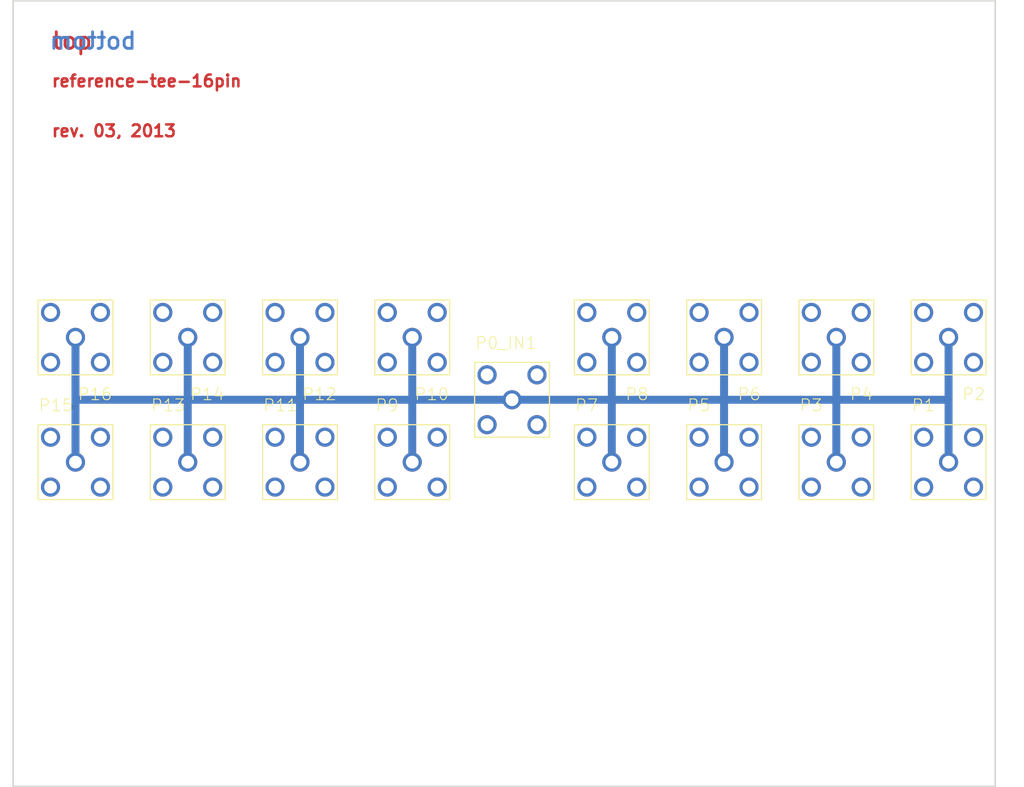
<source format=kicad_pcb>
(kicad_pcb (version 20171130) (host pcbnew 6.0.0-rc1-unknown-7a10feb~66~ubuntu14.04.1)

  (general
    (thickness 1.6)
    (drawings 9)
    (tracks 24)
    (zones 0)
    (modules 17)
    (nets 3)
  )

  (page A4)
  (layers
    (0 Top signal)
    (31 Bottom signal)
    (32 B.Adhes user)
    (33 F.Adhes user)
    (34 B.Paste user)
    (35 F.Paste user)
    (36 B.SilkS user)
    (37 F.SilkS user)
    (38 B.Mask user)
    (39 F.Mask user)
    (40 Dwgs.User user)
    (41 Cmts.User user)
    (42 Eco1.User user)
    (43 Eco2.User user)
    (44 Edge.Cuts user)
    (45 Margin user)
    (46 B.CrtYd user)
    (47 F.CrtYd user)
    (48 B.Fab user)
    (49 F.Fab user)
  )

  (setup
    (last_trace_width 0.25)
    (trace_clearance 0.2)
    (zone_clearance 0.508)
    (zone_45_only no)
    (trace_min 0.2)
    (via_size 0.8)
    (via_drill 0.4)
    (via_min_size 0.4)
    (via_min_drill 0.3)
    (uvia_size 0.3)
    (uvia_drill 0.1)
    (uvias_allowed no)
    (uvia_min_size 0.2)
    (uvia_min_drill 0.1)
    (edge_width 0.05)
    (segment_width 0.2)
    (pcb_text_width 0.3)
    (pcb_text_size 1.5 1.5)
    (mod_edge_width 0.12)
    (mod_text_size 1 1)
    (mod_text_width 0.15)
    (pad_size 1.524 1.524)
    (pad_drill 0.762)
    (pad_to_mask_clearance 0.2)
    (aux_axis_origin 0 0)
    (visible_elements FFFFFF7F)
    (pcbplotparams
      (layerselection 0x010fc_ffffffff)
      (usegerberextensions false)
      (usegerberattributes false)
      (usegerberadvancedattributes false)
      (creategerberjobfile false)
      (excludeedgelayer true)
      (linewidth 0.100000)
      (plotframeref false)
      (viasonmask false)
      (mode 1)
      (useauxorigin false)
      (hpglpennumber 1)
      (hpglpenspeed 20)
      (hpglpendiameter 15.000000)
      (psnegative false)
      (psa4output false)
      (plotreference true)
      (plotvalue true)
      (plotinvisibletext false)
      (padsonsilk false)
      (subtractmaskfromsilk false)
      (outputformat 1)
      (mirror false)
      (drillshape 1)
      (scaleselection 1)
      (outputdirectory ""))
  )

  (net 0 "")
  (net 1 GND)
  (net 2 "Net-(P0_IN1-PadP$1)")

  (net_class Default "This is the default net class."
    (clearance 0.2)
    (trace_width 0.25)
    (via_dia 0.8)
    (via_drill 0.4)
    (uvia_dia 0.3)
    (uvia_drill 0.1)
    (add_net GND)
    (add_net "Net-(P0_IN1-PadP$1)")
  )

  (module reference-tee-16pin:B-30 (layer Top) (tedit 0) (tstamp 5B7C9D12)
    (at 149.3011 105.6336)
    (path /C8EC200DA6BFF619)
    (fp_text reference P0_IN1 (at -3.81 -5.08) (layer F.SilkS)
      (effects (font (size 1.2065 1.2065) (thickness 0.1016)) (justify left bottom))
    )
    (fp_text value SMB-50OHM (at -3.81 6.35) (layer F.Fab)
      (effects (font (size 1.2065 1.2065) (thickness 0.1016)) (justify left bottom))
    )
    (fp_line (start -3.81 3.81) (end -3.81 -3.81) (layer F.SilkS) (width 0.127))
    (fp_line (start 3.81 3.81) (end -3.81 3.81) (layer F.SilkS) (width 0.127))
    (fp_line (start 3.81 -3.81) (end 3.81 3.81) (layer F.SilkS) (width 0.127))
    (fp_line (start -3.81 -3.81) (end 3.81 -3.81) (layer F.SilkS) (width 0.127))
    (pad P$5 thru_hole circle (at 2.54 -2.54) (size 1.95 1.95) (drill 1.3) (layers *.Cu *.Mask)
      (net 1 GND) (solder_mask_margin 0.1016))
    (pad P$4 thru_hole circle (at 2.54 2.54) (size 1.95 1.95) (drill 1.3) (layers *.Cu *.Mask)
      (net 1 GND) (solder_mask_margin 0.1016))
    (pad P$3 thru_hole circle (at -2.54 2.54) (size 1.95 1.95) (drill 1.3) (layers *.Cu *.Mask)
      (net 1 GND) (solder_mask_margin 0.1016))
    (pad P$2 thru_hole circle (at -2.54 -2.54) (size 1.95 1.95) (drill 1.3) (layers *.Cu *.Mask)
      (net 1 GND) (solder_mask_margin 0.1016))
    (pad P$1 thru_hole circle (at 0 0) (size 1.95 1.95) (drill 1.3) (layers *.Cu *.Mask)
      (net 2 "Net-(P0_IN1-PadP$1)") (solder_mask_margin 0.1016))
  )

  (module reference-tee-16pin:B-30 (layer Top) (tedit 0) (tstamp 5B7C9D1E)
    (at 193.7511 111.9836)
    (path /3904F63DF6E8D358)
    (fp_text reference P1 (at -3.81 -5.08) (layer F.SilkS)
      (effects (font (size 1.2065 1.2065) (thickness 0.1016)) (justify left bottom))
    )
    (fp_text value SMB-50OHM (at -3.81 6.35) (layer F.Fab)
      (effects (font (size 1.2065 1.2065) (thickness 0.1016)) (justify left bottom))
    )
    (fp_line (start -3.81 3.81) (end -3.81 -3.81) (layer F.SilkS) (width 0.127))
    (fp_line (start 3.81 3.81) (end -3.81 3.81) (layer F.SilkS) (width 0.127))
    (fp_line (start 3.81 -3.81) (end 3.81 3.81) (layer F.SilkS) (width 0.127))
    (fp_line (start -3.81 -3.81) (end 3.81 -3.81) (layer F.SilkS) (width 0.127))
    (pad P$5 thru_hole circle (at 2.54 -2.54) (size 1.95 1.95) (drill 1.3) (layers *.Cu *.Mask)
      (net 1 GND) (solder_mask_margin 0.1016))
    (pad P$4 thru_hole circle (at 2.54 2.54) (size 1.95 1.95) (drill 1.3) (layers *.Cu *.Mask)
      (net 1 GND) (solder_mask_margin 0.1016))
    (pad P$3 thru_hole circle (at -2.54 2.54) (size 1.95 1.95) (drill 1.3) (layers *.Cu *.Mask)
      (net 1 GND) (solder_mask_margin 0.1016))
    (pad P$2 thru_hole circle (at -2.54 -2.54) (size 1.95 1.95) (drill 1.3) (layers *.Cu *.Mask)
      (net 1 GND) (solder_mask_margin 0.1016))
    (pad P$1 thru_hole circle (at 0 0) (size 1.95 1.95) (drill 1.3) (layers *.Cu *.Mask)
      (net 2 "Net-(P0_IN1-PadP$1)") (solder_mask_margin 0.1016))
  )

  (module reference-tee-16pin:B-30 (layer Top) (tedit 0) (tstamp 5B7C9D2A)
    (at 193.7511 99.2836 180)
    (path /56257BA901CDF5BD)
    (fp_text reference P2 (at -3.81 -5.08 180) (layer F.SilkS)
      (effects (font (size 1.2065 1.2065) (thickness 0.1016)) (justify right top))
    )
    (fp_text value SMB-50OHM (at -3.81 6.35 180) (layer F.Fab)
      (effects (font (size 1.2065 1.2065) (thickness 0.1016)) (justify right top))
    )
    (fp_line (start -3.81 3.81) (end -3.81 -3.81) (layer F.SilkS) (width 0.127))
    (fp_line (start 3.81 3.81) (end -3.81 3.81) (layer F.SilkS) (width 0.127))
    (fp_line (start 3.81 -3.81) (end 3.81 3.81) (layer F.SilkS) (width 0.127))
    (fp_line (start -3.81 -3.81) (end 3.81 -3.81) (layer F.SilkS) (width 0.127))
    (pad P$5 thru_hole circle (at 2.54 -2.54 180) (size 1.95 1.95) (drill 1.3) (layers *.Cu *.Mask)
      (net 1 GND) (solder_mask_margin 0.1016))
    (pad P$4 thru_hole circle (at 2.54 2.54 180) (size 1.95 1.95) (drill 1.3) (layers *.Cu *.Mask)
      (net 1 GND) (solder_mask_margin 0.1016))
    (pad P$3 thru_hole circle (at -2.54 2.54 180) (size 1.95 1.95) (drill 1.3) (layers *.Cu *.Mask)
      (net 1 GND) (solder_mask_margin 0.1016))
    (pad P$2 thru_hole circle (at -2.54 -2.54 180) (size 1.95 1.95) (drill 1.3) (layers *.Cu *.Mask)
      (net 1 GND) (solder_mask_margin 0.1016))
    (pad P$1 thru_hole circle (at 0 0 180) (size 1.95 1.95) (drill 1.3) (layers *.Cu *.Mask)
      (net 2 "Net-(P0_IN1-PadP$1)") (solder_mask_margin 0.1016))
  )

  (module reference-tee-16pin:B-30 (layer Top) (tedit 0) (tstamp 5B7C9D36)
    (at 182.3211 111.9836)
    (path /B38EB63A528B8185)
    (fp_text reference P3 (at -3.81 -5.08) (layer F.SilkS)
      (effects (font (size 1.2065 1.2065) (thickness 0.1016)) (justify left bottom))
    )
    (fp_text value SMB-50OHM (at -3.81 6.35) (layer F.Fab)
      (effects (font (size 1.2065 1.2065) (thickness 0.1016)) (justify left bottom))
    )
    (fp_line (start -3.81 3.81) (end -3.81 -3.81) (layer F.SilkS) (width 0.127))
    (fp_line (start 3.81 3.81) (end -3.81 3.81) (layer F.SilkS) (width 0.127))
    (fp_line (start 3.81 -3.81) (end 3.81 3.81) (layer F.SilkS) (width 0.127))
    (fp_line (start -3.81 -3.81) (end 3.81 -3.81) (layer F.SilkS) (width 0.127))
    (pad P$5 thru_hole circle (at 2.54 -2.54) (size 1.95 1.95) (drill 1.3) (layers *.Cu *.Mask)
      (net 1 GND) (solder_mask_margin 0.1016))
    (pad P$4 thru_hole circle (at 2.54 2.54) (size 1.95 1.95) (drill 1.3) (layers *.Cu *.Mask)
      (net 1 GND) (solder_mask_margin 0.1016))
    (pad P$3 thru_hole circle (at -2.54 2.54) (size 1.95 1.95) (drill 1.3) (layers *.Cu *.Mask)
      (net 1 GND) (solder_mask_margin 0.1016))
    (pad P$2 thru_hole circle (at -2.54 -2.54) (size 1.95 1.95) (drill 1.3) (layers *.Cu *.Mask)
      (net 1 GND) (solder_mask_margin 0.1016))
    (pad P$1 thru_hole circle (at 0 0) (size 1.95 1.95) (drill 1.3) (layers *.Cu *.Mask)
      (net 2 "Net-(P0_IN1-PadP$1)") (solder_mask_margin 0.1016))
  )

  (module reference-tee-16pin:B-30 (layer Top) (tedit 0) (tstamp 5B7C9D42)
    (at 182.3211 99.2836 180)
    (path /EDC8F9316EC7BA7E)
    (fp_text reference P4 (at -3.81 -5.08 180) (layer F.SilkS)
      (effects (font (size 1.2065 1.2065) (thickness 0.1016)) (justify right top))
    )
    (fp_text value SMB-50OHM (at -3.81 6.35 180) (layer F.Fab)
      (effects (font (size 1.2065 1.2065) (thickness 0.1016)) (justify right top))
    )
    (fp_line (start -3.81 3.81) (end -3.81 -3.81) (layer F.SilkS) (width 0.127))
    (fp_line (start 3.81 3.81) (end -3.81 3.81) (layer F.SilkS) (width 0.127))
    (fp_line (start 3.81 -3.81) (end 3.81 3.81) (layer F.SilkS) (width 0.127))
    (fp_line (start -3.81 -3.81) (end 3.81 -3.81) (layer F.SilkS) (width 0.127))
    (pad P$5 thru_hole circle (at 2.54 -2.54 180) (size 1.95 1.95) (drill 1.3) (layers *.Cu *.Mask)
      (net 1 GND) (solder_mask_margin 0.1016))
    (pad P$4 thru_hole circle (at 2.54 2.54 180) (size 1.95 1.95) (drill 1.3) (layers *.Cu *.Mask)
      (net 1 GND) (solder_mask_margin 0.1016))
    (pad P$3 thru_hole circle (at -2.54 2.54 180) (size 1.95 1.95) (drill 1.3) (layers *.Cu *.Mask)
      (net 1 GND) (solder_mask_margin 0.1016))
    (pad P$2 thru_hole circle (at -2.54 -2.54 180) (size 1.95 1.95) (drill 1.3) (layers *.Cu *.Mask)
      (net 1 GND) (solder_mask_margin 0.1016))
    (pad P$1 thru_hole circle (at 0 0 180) (size 1.95 1.95) (drill 1.3) (layers *.Cu *.Mask)
      (net 2 "Net-(P0_IN1-PadP$1)") (solder_mask_margin 0.1016))
  )

  (module reference-tee-16pin:B-30 (layer Top) (tedit 0) (tstamp 5B7C9D4E)
    (at 170.8911 111.9836)
    (path /40061CDDDAF03981)
    (fp_text reference P5 (at -3.81 -5.08) (layer F.SilkS)
      (effects (font (size 1.2065 1.2065) (thickness 0.1016)) (justify left bottom))
    )
    (fp_text value SMB-50OHM (at -3.81 6.35) (layer F.Fab)
      (effects (font (size 1.2065 1.2065) (thickness 0.1016)) (justify left bottom))
    )
    (fp_line (start -3.81 3.81) (end -3.81 -3.81) (layer F.SilkS) (width 0.127))
    (fp_line (start 3.81 3.81) (end -3.81 3.81) (layer F.SilkS) (width 0.127))
    (fp_line (start 3.81 -3.81) (end 3.81 3.81) (layer F.SilkS) (width 0.127))
    (fp_line (start -3.81 -3.81) (end 3.81 -3.81) (layer F.SilkS) (width 0.127))
    (pad P$5 thru_hole circle (at 2.54 -2.54) (size 1.95 1.95) (drill 1.3) (layers *.Cu *.Mask)
      (net 1 GND) (solder_mask_margin 0.1016))
    (pad P$4 thru_hole circle (at 2.54 2.54) (size 1.95 1.95) (drill 1.3) (layers *.Cu *.Mask)
      (net 1 GND) (solder_mask_margin 0.1016))
    (pad P$3 thru_hole circle (at -2.54 2.54) (size 1.95 1.95) (drill 1.3) (layers *.Cu *.Mask)
      (net 1 GND) (solder_mask_margin 0.1016))
    (pad P$2 thru_hole circle (at -2.54 -2.54) (size 1.95 1.95) (drill 1.3) (layers *.Cu *.Mask)
      (net 1 GND) (solder_mask_margin 0.1016))
    (pad P$1 thru_hole circle (at 0 0) (size 1.95 1.95) (drill 1.3) (layers *.Cu *.Mask)
      (net 2 "Net-(P0_IN1-PadP$1)") (solder_mask_margin 0.1016))
  )

  (module reference-tee-16pin:B-30 (layer Top) (tedit 0) (tstamp 5B7C9D5A)
    (at 170.8911 99.2836 180)
    (path /EE5BC0D6DE1619CA)
    (fp_text reference P6 (at -3.81 -5.08 180) (layer F.SilkS)
      (effects (font (size 1.2065 1.2065) (thickness 0.1016)) (justify right top))
    )
    (fp_text value SMB-50OHM (at -3.81 6.35 180) (layer F.Fab)
      (effects (font (size 1.2065 1.2065) (thickness 0.1016)) (justify right top))
    )
    (fp_line (start -3.81 3.81) (end -3.81 -3.81) (layer F.SilkS) (width 0.127))
    (fp_line (start 3.81 3.81) (end -3.81 3.81) (layer F.SilkS) (width 0.127))
    (fp_line (start 3.81 -3.81) (end 3.81 3.81) (layer F.SilkS) (width 0.127))
    (fp_line (start -3.81 -3.81) (end 3.81 -3.81) (layer F.SilkS) (width 0.127))
    (pad P$5 thru_hole circle (at 2.54 -2.54 180) (size 1.95 1.95) (drill 1.3) (layers *.Cu *.Mask)
      (net 1 GND) (solder_mask_margin 0.1016))
    (pad P$4 thru_hole circle (at 2.54 2.54 180) (size 1.95 1.95) (drill 1.3) (layers *.Cu *.Mask)
      (net 1 GND) (solder_mask_margin 0.1016))
    (pad P$3 thru_hole circle (at -2.54 2.54 180) (size 1.95 1.95) (drill 1.3) (layers *.Cu *.Mask)
      (net 1 GND) (solder_mask_margin 0.1016))
    (pad P$2 thru_hole circle (at -2.54 -2.54 180) (size 1.95 1.95) (drill 1.3) (layers *.Cu *.Mask)
      (net 1 GND) (solder_mask_margin 0.1016))
    (pad P$1 thru_hole circle (at 0 0 180) (size 1.95 1.95) (drill 1.3) (layers *.Cu *.Mask)
      (net 2 "Net-(P0_IN1-PadP$1)") (solder_mask_margin 0.1016))
  )

  (module reference-tee-16pin:B-30 (layer Top) (tedit 0) (tstamp 5B7C9D66)
    (at 159.4611 111.9836)
    (path /403853DD5E702B09)
    (fp_text reference P7 (at -3.81 -5.08) (layer F.SilkS)
      (effects (font (size 1.2065 1.2065) (thickness 0.1016)) (justify left bottom))
    )
    (fp_text value SMB-50OHM (at -3.81 6.35) (layer F.Fab)
      (effects (font (size 1.2065 1.2065) (thickness 0.1016)) (justify left bottom))
    )
    (fp_line (start -3.81 3.81) (end -3.81 -3.81) (layer F.SilkS) (width 0.127))
    (fp_line (start 3.81 3.81) (end -3.81 3.81) (layer F.SilkS) (width 0.127))
    (fp_line (start 3.81 -3.81) (end 3.81 3.81) (layer F.SilkS) (width 0.127))
    (fp_line (start -3.81 -3.81) (end 3.81 -3.81) (layer F.SilkS) (width 0.127))
    (pad P$5 thru_hole circle (at 2.54 -2.54) (size 1.95 1.95) (drill 1.3) (layers *.Cu *.Mask)
      (net 1 GND) (solder_mask_margin 0.1016))
    (pad P$4 thru_hole circle (at 2.54 2.54) (size 1.95 1.95) (drill 1.3) (layers *.Cu *.Mask)
      (net 1 GND) (solder_mask_margin 0.1016))
    (pad P$3 thru_hole circle (at -2.54 2.54) (size 1.95 1.95) (drill 1.3) (layers *.Cu *.Mask)
      (net 1 GND) (solder_mask_margin 0.1016))
    (pad P$2 thru_hole circle (at -2.54 -2.54) (size 1.95 1.95) (drill 1.3) (layers *.Cu *.Mask)
      (net 1 GND) (solder_mask_margin 0.1016))
    (pad P$1 thru_hole circle (at 0 0) (size 1.95 1.95) (drill 1.3) (layers *.Cu *.Mask)
      (net 2 "Net-(P0_IN1-PadP$1)") (solder_mask_margin 0.1016))
  )

  (module reference-tee-16pin:B-30 (layer Top) (tedit 0) (tstamp 5B7C9D72)
    (at 159.4611 99.2836 180)
    (path /64D38C5E5F48AB0A)
    (fp_text reference P8 (at -3.81 -5.08 180) (layer F.SilkS)
      (effects (font (size 1.2065 1.2065) (thickness 0.1016)) (justify right top))
    )
    (fp_text value SMB-50OHM (at -3.81 6.35 180) (layer F.Fab)
      (effects (font (size 1.2065 1.2065) (thickness 0.1016)) (justify right top))
    )
    (fp_line (start -3.81 3.81) (end -3.81 -3.81) (layer F.SilkS) (width 0.127))
    (fp_line (start 3.81 3.81) (end -3.81 3.81) (layer F.SilkS) (width 0.127))
    (fp_line (start 3.81 -3.81) (end 3.81 3.81) (layer F.SilkS) (width 0.127))
    (fp_line (start -3.81 -3.81) (end 3.81 -3.81) (layer F.SilkS) (width 0.127))
    (pad P$5 thru_hole circle (at 2.54 -2.54 180) (size 1.95 1.95) (drill 1.3) (layers *.Cu *.Mask)
      (net 1 GND) (solder_mask_margin 0.1016))
    (pad P$4 thru_hole circle (at 2.54 2.54 180) (size 1.95 1.95) (drill 1.3) (layers *.Cu *.Mask)
      (net 1 GND) (solder_mask_margin 0.1016))
    (pad P$3 thru_hole circle (at -2.54 2.54 180) (size 1.95 1.95) (drill 1.3) (layers *.Cu *.Mask)
      (net 1 GND) (solder_mask_margin 0.1016))
    (pad P$2 thru_hole circle (at -2.54 -2.54 180) (size 1.95 1.95) (drill 1.3) (layers *.Cu *.Mask)
      (net 1 GND) (solder_mask_margin 0.1016))
    (pad P$1 thru_hole circle (at 0 0 180) (size 1.95 1.95) (drill 1.3) (layers *.Cu *.Mask)
      (net 2 "Net-(P0_IN1-PadP$1)") (solder_mask_margin 0.1016))
  )

  (module reference-tee-16pin:B-30 (layer Top) (tedit 0) (tstamp 5B7C9D7E)
    (at 139.1411 111.9836)
    (path /825EDC5A4E67FE2B)
    (fp_text reference P9 (at -3.81 -5.08) (layer F.SilkS)
      (effects (font (size 1.2065 1.2065) (thickness 0.1016)) (justify left bottom))
    )
    (fp_text value SMB-50OHM (at -3.81 6.35) (layer F.Fab)
      (effects (font (size 1.2065 1.2065) (thickness 0.1016)) (justify left bottom))
    )
    (fp_line (start -3.81 3.81) (end -3.81 -3.81) (layer F.SilkS) (width 0.127))
    (fp_line (start 3.81 3.81) (end -3.81 3.81) (layer F.SilkS) (width 0.127))
    (fp_line (start 3.81 -3.81) (end 3.81 3.81) (layer F.SilkS) (width 0.127))
    (fp_line (start -3.81 -3.81) (end 3.81 -3.81) (layer F.SilkS) (width 0.127))
    (pad P$5 thru_hole circle (at 2.54 -2.54) (size 1.95 1.95) (drill 1.3) (layers *.Cu *.Mask)
      (net 1 GND) (solder_mask_margin 0.1016))
    (pad P$4 thru_hole circle (at 2.54 2.54) (size 1.95 1.95) (drill 1.3) (layers *.Cu *.Mask)
      (net 1 GND) (solder_mask_margin 0.1016))
    (pad P$3 thru_hole circle (at -2.54 2.54) (size 1.95 1.95) (drill 1.3) (layers *.Cu *.Mask)
      (net 1 GND) (solder_mask_margin 0.1016))
    (pad P$2 thru_hole circle (at -2.54 -2.54) (size 1.95 1.95) (drill 1.3) (layers *.Cu *.Mask)
      (net 1 GND) (solder_mask_margin 0.1016))
    (pad P$1 thru_hole circle (at 0 0) (size 1.95 1.95) (drill 1.3) (layers *.Cu *.Mask)
      (net 2 "Net-(P0_IN1-PadP$1)") (solder_mask_margin 0.1016))
  )

  (module reference-tee-16pin:B-30 (layer Top) (tedit 0) (tstamp 5B7C9D8A)
    (at 139.1411 99.2836 180)
    (path /2CA965E77367C0D)
    (fp_text reference P10 (at -3.81 -5.08 180) (layer F.SilkS)
      (effects (font (size 1.2065 1.2065) (thickness 0.1016)) (justify right top))
    )
    (fp_text value SMB-50OHM (at -3.81 6.35 180) (layer F.Fab)
      (effects (font (size 1.2065 1.2065) (thickness 0.1016)) (justify right top))
    )
    (fp_line (start -3.81 3.81) (end -3.81 -3.81) (layer F.SilkS) (width 0.127))
    (fp_line (start 3.81 3.81) (end -3.81 3.81) (layer F.SilkS) (width 0.127))
    (fp_line (start 3.81 -3.81) (end 3.81 3.81) (layer F.SilkS) (width 0.127))
    (fp_line (start -3.81 -3.81) (end 3.81 -3.81) (layer F.SilkS) (width 0.127))
    (pad P$5 thru_hole circle (at 2.54 -2.54 180) (size 1.95 1.95) (drill 1.3) (layers *.Cu *.Mask)
      (net 1 GND) (solder_mask_margin 0.1016))
    (pad P$4 thru_hole circle (at 2.54 2.54 180) (size 1.95 1.95) (drill 1.3) (layers *.Cu *.Mask)
      (net 1 GND) (solder_mask_margin 0.1016))
    (pad P$3 thru_hole circle (at -2.54 2.54 180) (size 1.95 1.95) (drill 1.3) (layers *.Cu *.Mask)
      (net 1 GND) (solder_mask_margin 0.1016))
    (pad P$2 thru_hole circle (at -2.54 -2.54 180) (size 1.95 1.95) (drill 1.3) (layers *.Cu *.Mask)
      (net 1 GND) (solder_mask_margin 0.1016))
    (pad P$1 thru_hole circle (at 0 0 180) (size 1.95 1.95) (drill 1.3) (layers *.Cu *.Mask)
      (net 2 "Net-(P0_IN1-PadP$1)") (solder_mask_margin 0.1016))
  )

  (module reference-tee-16pin:B-30 (layer Top) (tedit 0) (tstamp 5B7C9D96)
    (at 127.7111 111.9836)
    (path /14094573C713E35D)
    (fp_text reference P11 (at -3.81 -5.08) (layer F.SilkS)
      (effects (font (size 1.2065 1.2065) (thickness 0.1016)) (justify left bottom))
    )
    (fp_text value SMB-50OHM (at -3.81 6.35) (layer F.Fab)
      (effects (font (size 1.2065 1.2065) (thickness 0.1016)) (justify left bottom))
    )
    (fp_line (start -3.81 3.81) (end -3.81 -3.81) (layer F.SilkS) (width 0.127))
    (fp_line (start 3.81 3.81) (end -3.81 3.81) (layer F.SilkS) (width 0.127))
    (fp_line (start 3.81 -3.81) (end 3.81 3.81) (layer F.SilkS) (width 0.127))
    (fp_line (start -3.81 -3.81) (end 3.81 -3.81) (layer F.SilkS) (width 0.127))
    (pad P$5 thru_hole circle (at 2.54 -2.54) (size 1.95 1.95) (drill 1.3) (layers *.Cu *.Mask)
      (net 1 GND) (solder_mask_margin 0.1016))
    (pad P$4 thru_hole circle (at 2.54 2.54) (size 1.95 1.95) (drill 1.3) (layers *.Cu *.Mask)
      (net 1 GND) (solder_mask_margin 0.1016))
    (pad P$3 thru_hole circle (at -2.54 2.54) (size 1.95 1.95) (drill 1.3) (layers *.Cu *.Mask)
      (net 1 GND) (solder_mask_margin 0.1016))
    (pad P$2 thru_hole circle (at -2.54 -2.54) (size 1.95 1.95) (drill 1.3) (layers *.Cu *.Mask)
      (net 1 GND) (solder_mask_margin 0.1016))
    (pad P$1 thru_hole circle (at 0 0) (size 1.95 1.95) (drill 1.3) (layers *.Cu *.Mask)
      (net 2 "Net-(P0_IN1-PadP$1)") (solder_mask_margin 0.1016))
  )

  (module reference-tee-16pin:B-30 (layer Top) (tedit 0) (tstamp 5B7C9DA2)
    (at 127.7111 99.2836 180)
    (path /5A795D2DFEBA8A9B)
    (fp_text reference P12 (at -3.81 -5.08 180) (layer F.SilkS)
      (effects (font (size 1.2065 1.2065) (thickness 0.1016)) (justify right top))
    )
    (fp_text value SMB-50OHM (at -3.81 6.35 180) (layer F.Fab)
      (effects (font (size 1.2065 1.2065) (thickness 0.1016)) (justify right top))
    )
    (fp_line (start -3.81 3.81) (end -3.81 -3.81) (layer F.SilkS) (width 0.127))
    (fp_line (start 3.81 3.81) (end -3.81 3.81) (layer F.SilkS) (width 0.127))
    (fp_line (start 3.81 -3.81) (end 3.81 3.81) (layer F.SilkS) (width 0.127))
    (fp_line (start -3.81 -3.81) (end 3.81 -3.81) (layer F.SilkS) (width 0.127))
    (pad P$5 thru_hole circle (at 2.54 -2.54 180) (size 1.95 1.95) (drill 1.3) (layers *.Cu *.Mask)
      (net 1 GND) (solder_mask_margin 0.1016))
    (pad P$4 thru_hole circle (at 2.54 2.54 180) (size 1.95 1.95) (drill 1.3) (layers *.Cu *.Mask)
      (net 1 GND) (solder_mask_margin 0.1016))
    (pad P$3 thru_hole circle (at -2.54 2.54 180) (size 1.95 1.95) (drill 1.3) (layers *.Cu *.Mask)
      (net 1 GND) (solder_mask_margin 0.1016))
    (pad P$2 thru_hole circle (at -2.54 -2.54 180) (size 1.95 1.95) (drill 1.3) (layers *.Cu *.Mask)
      (net 1 GND) (solder_mask_margin 0.1016))
    (pad P$1 thru_hole circle (at 0 0 180) (size 1.95 1.95) (drill 1.3) (layers *.Cu *.Mask)
      (net 2 "Net-(P0_IN1-PadP$1)") (solder_mask_margin 0.1016))
  )

  (module reference-tee-16pin:B-30 (layer Top) (tedit 0) (tstamp 5B7C9DAE)
    (at 116.2811 111.9836)
    (path /3CE47ED359F65DEF)
    (fp_text reference P13 (at -3.81 -5.08) (layer F.SilkS)
      (effects (font (size 1.2065 1.2065) (thickness 0.1016)) (justify left bottom))
    )
    (fp_text value SMB-50OHM (at -3.81 6.35) (layer F.Fab)
      (effects (font (size 1.2065 1.2065) (thickness 0.1016)) (justify left bottom))
    )
    (fp_line (start -3.81 3.81) (end -3.81 -3.81) (layer F.SilkS) (width 0.127))
    (fp_line (start 3.81 3.81) (end -3.81 3.81) (layer F.SilkS) (width 0.127))
    (fp_line (start 3.81 -3.81) (end 3.81 3.81) (layer F.SilkS) (width 0.127))
    (fp_line (start -3.81 -3.81) (end 3.81 -3.81) (layer F.SilkS) (width 0.127))
    (pad P$5 thru_hole circle (at 2.54 -2.54) (size 1.95 1.95) (drill 1.3) (layers *.Cu *.Mask)
      (net 1 GND) (solder_mask_margin 0.1016))
    (pad P$4 thru_hole circle (at 2.54 2.54) (size 1.95 1.95) (drill 1.3) (layers *.Cu *.Mask)
      (net 1 GND) (solder_mask_margin 0.1016))
    (pad P$3 thru_hole circle (at -2.54 2.54) (size 1.95 1.95) (drill 1.3) (layers *.Cu *.Mask)
      (net 1 GND) (solder_mask_margin 0.1016))
    (pad P$2 thru_hole circle (at -2.54 -2.54) (size 1.95 1.95) (drill 1.3) (layers *.Cu *.Mask)
      (net 1 GND) (solder_mask_margin 0.1016))
    (pad P$1 thru_hole circle (at 0 0) (size 1.95 1.95) (drill 1.3) (layers *.Cu *.Mask)
      (net 2 "Net-(P0_IN1-PadP$1)") (solder_mask_margin 0.1016))
  )

  (module reference-tee-16pin:B-30 (layer Top) (tedit 0) (tstamp 5B7C9DBA)
    (at 116.2811 99.2836 180)
    (path /5B5A9200CAEDB082)
    (fp_text reference P14 (at -3.81 -5.08 180) (layer F.SilkS)
      (effects (font (size 1.2065 1.2065) (thickness 0.1016)) (justify right top))
    )
    (fp_text value SMB-50OHM (at -3.81 6.35 180) (layer F.Fab)
      (effects (font (size 1.2065 1.2065) (thickness 0.1016)) (justify right top))
    )
    (fp_line (start -3.81 3.81) (end -3.81 -3.81) (layer F.SilkS) (width 0.127))
    (fp_line (start 3.81 3.81) (end -3.81 3.81) (layer F.SilkS) (width 0.127))
    (fp_line (start 3.81 -3.81) (end 3.81 3.81) (layer F.SilkS) (width 0.127))
    (fp_line (start -3.81 -3.81) (end 3.81 -3.81) (layer F.SilkS) (width 0.127))
    (pad P$5 thru_hole circle (at 2.54 -2.54 180) (size 1.95 1.95) (drill 1.3) (layers *.Cu *.Mask)
      (net 1 GND) (solder_mask_margin 0.1016))
    (pad P$4 thru_hole circle (at 2.54 2.54 180) (size 1.95 1.95) (drill 1.3) (layers *.Cu *.Mask)
      (net 1 GND) (solder_mask_margin 0.1016))
    (pad P$3 thru_hole circle (at -2.54 2.54 180) (size 1.95 1.95) (drill 1.3) (layers *.Cu *.Mask)
      (net 1 GND) (solder_mask_margin 0.1016))
    (pad P$2 thru_hole circle (at -2.54 -2.54 180) (size 1.95 1.95) (drill 1.3) (layers *.Cu *.Mask)
      (net 1 GND) (solder_mask_margin 0.1016))
    (pad P$1 thru_hole circle (at 0 0 180) (size 1.95 1.95) (drill 1.3) (layers *.Cu *.Mask)
      (net 2 "Net-(P0_IN1-PadP$1)") (solder_mask_margin 0.1016))
  )

  (module reference-tee-16pin:B-30 (layer Top) (tedit 0) (tstamp 5B7C9DC6)
    (at 104.8511 111.9836)
    (path /4449C1EB56381C9F)
    (fp_text reference P15 (at -3.81 -5.08) (layer F.SilkS)
      (effects (font (size 1.2065 1.2065) (thickness 0.1016)) (justify left bottom))
    )
    (fp_text value SMB-50OHM (at -3.81 6.35) (layer F.Fab)
      (effects (font (size 1.2065 1.2065) (thickness 0.1016)) (justify left bottom))
    )
    (fp_line (start -3.81 3.81) (end -3.81 -3.81) (layer F.SilkS) (width 0.127))
    (fp_line (start 3.81 3.81) (end -3.81 3.81) (layer F.SilkS) (width 0.127))
    (fp_line (start 3.81 -3.81) (end 3.81 3.81) (layer F.SilkS) (width 0.127))
    (fp_line (start -3.81 -3.81) (end 3.81 -3.81) (layer F.SilkS) (width 0.127))
    (pad P$5 thru_hole circle (at 2.54 -2.54) (size 1.95 1.95) (drill 1.3) (layers *.Cu *.Mask)
      (net 1 GND) (solder_mask_margin 0.1016))
    (pad P$4 thru_hole circle (at 2.54 2.54) (size 1.95 1.95) (drill 1.3) (layers *.Cu *.Mask)
      (net 1 GND) (solder_mask_margin 0.1016))
    (pad P$3 thru_hole circle (at -2.54 2.54) (size 1.95 1.95) (drill 1.3) (layers *.Cu *.Mask)
      (net 1 GND) (solder_mask_margin 0.1016))
    (pad P$2 thru_hole circle (at -2.54 -2.54) (size 1.95 1.95) (drill 1.3) (layers *.Cu *.Mask)
      (net 1 GND) (solder_mask_margin 0.1016))
    (pad P$1 thru_hole circle (at 0 0) (size 1.95 1.95) (drill 1.3) (layers *.Cu *.Mask)
      (net 2 "Net-(P0_IN1-PadP$1)") (solder_mask_margin 0.1016))
  )

  (module reference-tee-16pin:B-30 (layer Top) (tedit 0) (tstamp 5B7C9DD2)
    (at 104.8511 99.2836 180)
    (path /9AB53AE9AF1FD286)
    (fp_text reference P16 (at -3.81 -5.08 180) (layer F.SilkS)
      (effects (font (size 1.2065 1.2065) (thickness 0.1016)) (justify right top))
    )
    (fp_text value SMB-50OHM (at -3.81 6.35 180) (layer F.Fab)
      (effects (font (size 1.2065 1.2065) (thickness 0.1016)) (justify right top))
    )
    (fp_line (start -3.81 3.81) (end -3.81 -3.81) (layer F.SilkS) (width 0.127))
    (fp_line (start 3.81 3.81) (end -3.81 3.81) (layer F.SilkS) (width 0.127))
    (fp_line (start 3.81 -3.81) (end 3.81 3.81) (layer F.SilkS) (width 0.127))
    (fp_line (start -3.81 -3.81) (end 3.81 -3.81) (layer F.SilkS) (width 0.127))
    (pad P$5 thru_hole circle (at 2.54 -2.54 180) (size 1.95 1.95) (drill 1.3) (layers *.Cu *.Mask)
      (net 1 GND) (solder_mask_margin 0.1016))
    (pad P$4 thru_hole circle (at 2.54 2.54 180) (size 1.95 1.95) (drill 1.3) (layers *.Cu *.Mask)
      (net 1 GND) (solder_mask_margin 0.1016))
    (pad P$3 thru_hole circle (at -2.54 2.54 180) (size 1.95 1.95) (drill 1.3) (layers *.Cu *.Mask)
      (net 1 GND) (solder_mask_margin 0.1016))
    (pad P$2 thru_hole circle (at -2.54 -2.54 180) (size 1.95 1.95) (drill 1.3) (layers *.Cu *.Mask)
      (net 1 GND) (solder_mask_margin 0.1016))
    (pad P$1 thru_hole circle (at 0 0 180) (size 1.95 1.95) (drill 1.3) (layers *.Cu *.Mask)
      (net 2 "Net-(P0_IN1-PadP$1)") (solder_mask_margin 0.1016))
  )

  (gr_line (start 98.5011 145.0036) (end 198.5011 145.0036) (layer Edge.Cuts) (width 0.15) (tstamp 4489620))
  (gr_line (start 198.5011 145.0036) (end 198.5011 65.0036) (layer Edge.Cuts) (width 0.15) (tstamp 3726820))
  (gr_line (start 198.5011 65.0036) (end 98.5011 65.0036) (layer Edge.Cuts) (width 0.15) (tstamp 346B650))
  (gr_line (start 98.5011 65.0036) (end 98.5011 145.0036) (layer Edge.Cuts) (width 0.15) (tstamp 346BB40))
  (gr_text bottom (at 111.2011 70.0736) (layer Bottom) (tstamp 474DCF0)
    (effects (font (size 1.6891 1.6891) (thickness 0.28448)) (justify left bottom mirror))
  )
  (gr_text reference-tee-16pin (at 102.3111 73.8836) (layer Top) (tstamp 48CF020)
    (effects (font (size 1.2065 1.2065) (thickness 0.254)) (justify left bottom))
  )
  (gr_text "" (at 102.3111 76.4236) (layer Top) (tstamp 4917930)
    (effects (font (size 1.2065 1.2065) (thickness 0.254)) (justify left bottom))
  )
  (gr_text "rev. 03, 2013" (at 102.3111 78.9636) (layer Top) (tstamp 3070E00)
    (effects (font (size 1.2065 1.2065) (thickness 0.254)) (justify left bottom))
  )
  (gr_text top (at 102.3111 70.0736) (layer Top) (tstamp 1C75C50)
    (effects (font (size 1.6891 1.6891) (thickness 0.28448)) (justify left bottom))
  )

  (segment (start 149.3011 105.6336) (end 159.4611 105.6336) (width 0.8128) (layer Bottom) (net 2) (tstamp 369EBE0))
  (segment (start 159.4611 105.6336) (end 159.4611 99.2836) (width 0.8128) (layer Bottom) (net 2) (tstamp 369F120))
  (segment (start 159.4611 105.6336) (end 159.4611 111.9836) (width 0.8128) (layer Bottom) (net 2) (tstamp 369F660))
  (segment (start 170.8911 105.6336) (end 170.8911 99.2836) (width 0.8128) (layer Bottom) (net 2) (tstamp 492F1E0))
  (segment (start 159.4611 105.6336) (end 170.8911 105.6336) (width 0.8128) (layer Bottom) (net 2) (tstamp 492F720))
  (segment (start 182.3211 105.6336) (end 182.3211 99.2836) (width 0.8128) (layer Bottom) (net 2) (tstamp 46CF0D0))
  (segment (start 170.8911 105.6336) (end 182.3211 105.6336) (width 0.8128) (layer Bottom) (net 2) (tstamp 46CF5E0))
  (segment (start 193.7511 105.6336) (end 193.7511 99.2836) (width 0.8128) (layer Bottom) (net 2) (tstamp 46CFB20))
  (segment (start 182.3211 105.6336) (end 193.7511 105.6336) (width 0.8128) (layer Bottom) (net 2) (tstamp 4754350))
  (segment (start 170.8911 105.6336) (end 170.8911 111.9836) (width 0.8128) (layer Bottom) (net 2) (tstamp 4754890))
  (segment (start 182.3211 105.6336) (end 182.3211 111.9836) (width 0.8128) (layer Bottom) (net 2) (tstamp 4C74580))
  (segment (start 193.7511 105.6336) (end 193.7511 111.9836) (width 0.8128) (layer Bottom) (net 2) (tstamp 4C74A90))
  (segment (start 139.1411 105.6336) (end 139.1411 99.2836) (width 0.8128) (layer Bottom) (net 2) (tstamp 4C74FD0))
  (segment (start 139.1411 105.6336) (end 149.3011 105.6336) (width 0.8128) (layer Bottom) (net 2) (tstamp 5DD1350))
  (segment (start 139.1411 105.6336) (end 139.1411 111.9836) (width 0.8128) (layer Bottom) (net 2) (tstamp 5DD1890))
  (segment (start 127.7111 105.6336) (end 127.7111 99.2836) (width 0.8128) (layer Bottom) (net 2) (tstamp 4AD9D80))
  (segment (start 127.7111 105.6336) (end 139.1411 105.6336) (width 0.8128) (layer Bottom) (net 2) (tstamp 4ADA290))
  (segment (start 127.7111 105.6336) (end 127.7111 111.9836) (width 0.8128) (layer Bottom) (net 2) (tstamp 4ADA7D0))
  (segment (start 116.2811 105.6336) (end 116.2811 99.2836) (width 0.8128) (layer Bottom) (net 2) (tstamp 4D19120))
  (segment (start 116.2811 105.6336) (end 127.7111 105.6336) (width 0.8128) (layer Bottom) (net 2) (tstamp 4D19660))
  (segment (start 104.8511 105.6336) (end 104.8511 99.2836) (width 0.8128) (layer Bottom) (net 2) (tstamp 49315C0))
  (segment (start 104.8511 105.6336) (end 116.2811 105.6336) (width 0.8128) (layer Bottom) (net 2) (tstamp 4931AD0))
  (segment (start 116.2811 105.6336) (end 116.2811 111.9836) (width 0.8128) (layer Bottom) (net 2) (tstamp 4932010))
  (segment (start 104.8511 111.9836) (end 104.8511 105.6336) (width 0.8128) (layer Bottom) (net 2) (tstamp 3E54820))

  (zone (net 1) (net_name GND) (layer Bottom) (tstamp 4B2BDF0) (hatch edge 0.508)
    (priority 6)
    (connect_pads (clearance 0.4064))
    (min_thickness 0.254)
    (fill (arc_segments 32) (thermal_gap 0.304) (thermal_bridge_width 0.304))
    (polygon
      (pts
        (xy 99.7711 66.2636) (xy 197.5611 66.2636) (xy 197.5611 143.7336) (xy 99.7711 143.7336)
      )
    )
  )
  (zone (net 1) (net_name GND) (layer Top) (tstamp 43B6EF0) (hatch edge 0.508)
    (priority 6)
    (connect_pads (clearance 0.4064))
    (min_thickness 0.254)
    (fill (arc_segments 32) (thermal_gap 0.304) (thermal_bridge_width 0.304))
    (polygon
      (pts
        (xy 99.7711 66.2636) (xy 197.5611 66.2636) (xy 197.5611 143.7336) (xy 99.7711 143.7336)
      )
    )
  )
)

</source>
